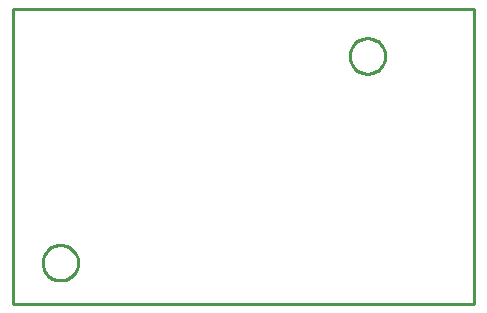
<source format=gbr>
G04 EAGLE Gerber RS-274X export*
G75*
%MOMM*%
%FSLAX34Y34*%
%LPD*%
%IN*%
%IPPOS*%
%AMOC8*
5,1,8,0,0,1.08239X$1,22.5*%
G01*
%ADD10C,0.254000*%


D10*
X0Y0D02*
X390000Y0D01*
X390000Y250000D01*
X0Y250000D01*
X0Y0D01*
X55000Y34464D02*
X54924Y33396D01*
X54771Y32335D01*
X54543Y31288D01*
X54241Y30260D01*
X53867Y29256D01*
X53422Y28281D01*
X52908Y27341D01*
X52329Y26440D01*
X51687Y25582D01*
X50985Y24772D01*
X50228Y24015D01*
X49418Y23313D01*
X48560Y22671D01*
X47659Y22092D01*
X46719Y21578D01*
X45744Y21133D01*
X44740Y20759D01*
X43712Y20457D01*
X42665Y20229D01*
X41604Y20076D01*
X40536Y20000D01*
X39464Y20000D01*
X38396Y20076D01*
X37335Y20229D01*
X36288Y20457D01*
X35260Y20759D01*
X34256Y21133D01*
X33281Y21578D01*
X32341Y22092D01*
X31440Y22671D01*
X30582Y23313D01*
X29772Y24015D01*
X29015Y24772D01*
X28313Y25582D01*
X27671Y26440D01*
X27092Y27341D01*
X26578Y28281D01*
X26133Y29256D01*
X25759Y30260D01*
X25457Y31288D01*
X25229Y32335D01*
X25076Y33396D01*
X25000Y34464D01*
X25000Y35536D01*
X25076Y36604D01*
X25229Y37665D01*
X25457Y38712D01*
X25759Y39740D01*
X26133Y40744D01*
X26578Y41719D01*
X27092Y42659D01*
X27671Y43560D01*
X28313Y44418D01*
X29015Y45228D01*
X29772Y45985D01*
X30582Y46687D01*
X31440Y47329D01*
X32341Y47908D01*
X33281Y48422D01*
X34256Y48867D01*
X35260Y49241D01*
X36288Y49543D01*
X37335Y49771D01*
X38396Y49924D01*
X39464Y50000D01*
X40536Y50000D01*
X41604Y49924D01*
X42665Y49771D01*
X43712Y49543D01*
X44740Y49241D01*
X45744Y48867D01*
X46719Y48422D01*
X47659Y47908D01*
X48560Y47329D01*
X49418Y46687D01*
X50228Y45985D01*
X50985Y45228D01*
X51687Y44418D01*
X52329Y43560D01*
X52908Y42659D01*
X53422Y41719D01*
X53867Y40744D01*
X54241Y39740D01*
X54543Y38712D01*
X54771Y37665D01*
X54924Y36604D01*
X55000Y35536D01*
X55000Y34464D01*
X315000Y209464D02*
X314924Y208396D01*
X314771Y207335D01*
X314543Y206288D01*
X314241Y205260D01*
X313867Y204256D01*
X313422Y203281D01*
X312908Y202341D01*
X312329Y201440D01*
X311687Y200582D01*
X310985Y199772D01*
X310228Y199015D01*
X309418Y198313D01*
X308560Y197671D01*
X307659Y197092D01*
X306719Y196578D01*
X305744Y196133D01*
X304740Y195759D01*
X303712Y195457D01*
X302665Y195229D01*
X301604Y195076D01*
X300536Y195000D01*
X299464Y195000D01*
X298396Y195076D01*
X297335Y195229D01*
X296288Y195457D01*
X295260Y195759D01*
X294256Y196133D01*
X293281Y196578D01*
X292341Y197092D01*
X291440Y197671D01*
X290582Y198313D01*
X289772Y199015D01*
X289015Y199772D01*
X288313Y200582D01*
X287671Y201440D01*
X287092Y202341D01*
X286578Y203281D01*
X286133Y204256D01*
X285759Y205260D01*
X285457Y206288D01*
X285229Y207335D01*
X285076Y208396D01*
X285000Y209464D01*
X285000Y210536D01*
X285076Y211604D01*
X285229Y212665D01*
X285457Y213712D01*
X285759Y214740D01*
X286133Y215744D01*
X286578Y216719D01*
X287092Y217659D01*
X287671Y218560D01*
X288313Y219418D01*
X289015Y220228D01*
X289772Y220985D01*
X290582Y221687D01*
X291440Y222329D01*
X292341Y222908D01*
X293281Y223422D01*
X294256Y223867D01*
X295260Y224241D01*
X296288Y224543D01*
X297335Y224771D01*
X298396Y224924D01*
X299464Y225000D01*
X300536Y225000D01*
X301604Y224924D01*
X302665Y224771D01*
X303712Y224543D01*
X304740Y224241D01*
X305744Y223867D01*
X306719Y223422D01*
X307659Y222908D01*
X308560Y222329D01*
X309418Y221687D01*
X310228Y220985D01*
X310985Y220228D01*
X311687Y219418D01*
X312329Y218560D01*
X312908Y217659D01*
X313422Y216719D01*
X313867Y215744D01*
X314241Y214740D01*
X314543Y213712D01*
X314771Y212665D01*
X314924Y211604D01*
X315000Y210536D01*
X315000Y209464D01*
M02*

</source>
